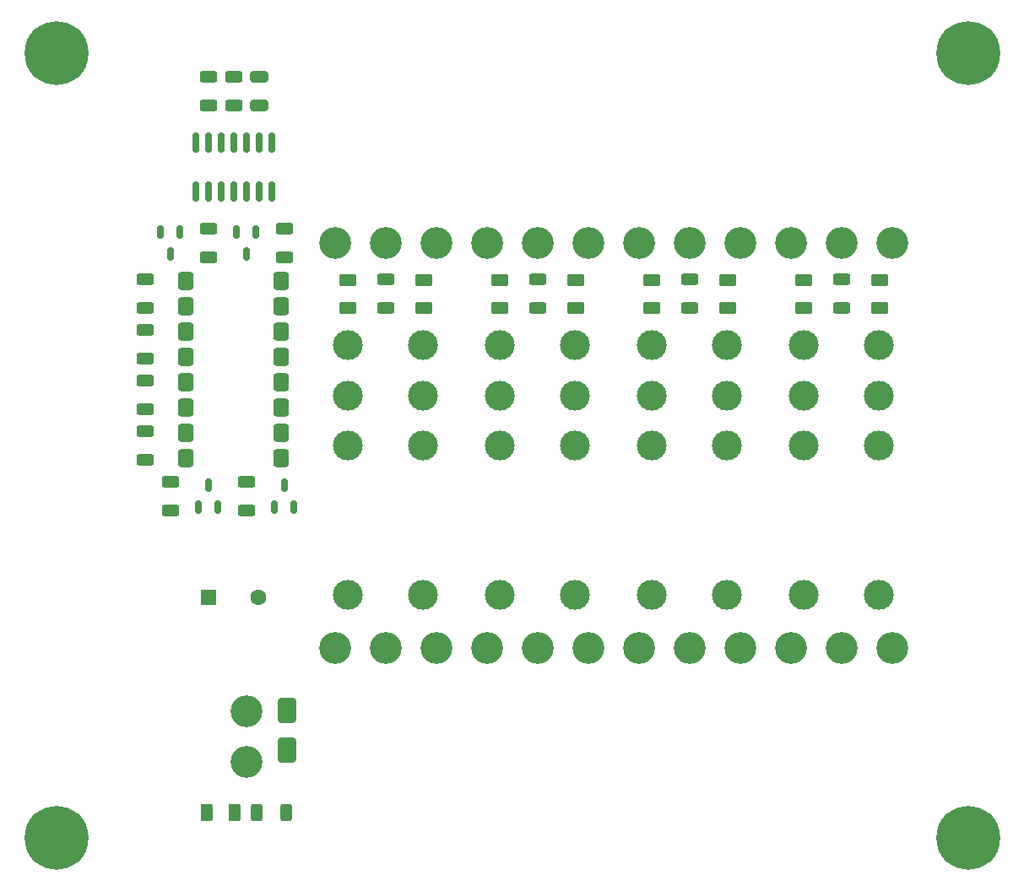
<source format=gbr>
%TF.GenerationSoftware,KiCad,Pcbnew,7.0.6*%
%TF.CreationDate,2023-07-18T18:02:52+08:00*%
%TF.ProjectId,RelayModuleMK1_KiCad,52656c61-794d-46f6-9475-6c654d4b315f,rev?*%
%TF.SameCoordinates,Original*%
%TF.FileFunction,Soldermask,Top*%
%TF.FilePolarity,Negative*%
%FSLAX46Y46*%
G04 Gerber Fmt 4.6, Leading zero omitted, Abs format (unit mm)*
G04 Created by KiCad (PCBNEW 7.0.6) date 2023-07-18 18:02:52*
%MOMM*%
%LPD*%
G01*
G04 APERTURE LIST*
G04 Aperture macros list*
%AMRoundRect*
0 Rectangle with rounded corners*
0 $1 Rounding radius*
0 $2 $3 $4 $5 $6 $7 $8 $9 X,Y pos of 4 corners*
0 Add a 4 corners polygon primitive as box body*
4,1,4,$2,$3,$4,$5,$6,$7,$8,$9,$2,$3,0*
0 Add four circle primitives for the rounded corners*
1,1,$1+$1,$2,$3*
1,1,$1+$1,$4,$5*
1,1,$1+$1,$6,$7*
1,1,$1+$1,$8,$9*
0 Add four rect primitives between the rounded corners*
20,1,$1+$1,$2,$3,$4,$5,0*
20,1,$1+$1,$4,$5,$6,$7,0*
20,1,$1+$1,$6,$7,$8,$9,0*
20,1,$1+$1,$8,$9,$2,$3,0*%
G04 Aperture macros list end*
%ADD10RoundRect,0.250000X-0.625000X0.375000X-0.625000X-0.375000X0.625000X-0.375000X0.625000X0.375000X0*%
%ADD11C,3.200000*%
%ADD12RoundRect,0.250000X0.625000X-0.375000X0.625000X0.375000X-0.625000X0.375000X-0.625000X-0.375000X0*%
%ADD13RoundRect,0.150000X0.150000X-0.512500X0.150000X0.512500X-0.150000X0.512500X-0.150000X-0.512500X0*%
%ADD14RoundRect,0.250000X-0.625000X0.312500X-0.625000X-0.312500X0.625000X-0.312500X0.625000X0.312500X0*%
%ADD15C,3.000000*%
%ADD16RoundRect,0.250000X0.625000X-0.312500X0.625000X0.312500X-0.625000X0.312500X-0.625000X-0.312500X0*%
%ADD17RoundRect,0.250000X0.650000X-0.325000X0.650000X0.325000X-0.650000X0.325000X-0.650000X-0.325000X0*%
%ADD18C,6.400000*%
%ADD19RoundRect,0.150000X-0.150000X0.512500X-0.150000X-0.512500X0.150000X-0.512500X0.150000X0.512500X0*%
%ADD20RoundRect,0.250000X-0.312500X-0.625000X0.312500X-0.625000X0.312500X0.625000X-0.312500X0.625000X0*%
%ADD21R,1.600000X1.600000*%
%ADD22C,1.600000*%
%ADD23RoundRect,0.228000X-0.532000X-0.662000X0.532000X-0.662000X0.532000X0.662000X-0.532000X0.662000X0*%
%ADD24RoundRect,0.250000X-0.375000X-0.625000X0.375000X-0.625000X0.375000X0.625000X-0.375000X0.625000X0*%
%ADD25RoundRect,0.150000X-0.150000X0.825000X-0.150000X-0.825000X0.150000X-0.825000X0.150000X0.825000X0*%
%ADD26RoundRect,0.250000X0.650000X-1.000000X0.650000X1.000000X-0.650000X1.000000X-0.650000X-1.000000X0*%
G04 APERTURE END LIST*
D10*
%TO.C,DA2*%
X250190000Y-59560000D03*
X250190000Y-62360000D03*
%TD*%
D11*
%TO.C,JIN1*%
X226060000Y-96520000D03*
X231140000Y-96520000D03*
X236220000Y-96520000D03*
%TD*%
D12*
%TO.C,DB3*%
X257810000Y-62360000D03*
X257810000Y-59560000D03*
%TD*%
D13*
%TO.C,Q1*%
X197170000Y-82417500D03*
X199070000Y-82417500D03*
X198120000Y-80142500D03*
%TD*%
D14*
%TO.C,R3*%
X194310000Y-79817500D03*
X194310000Y-82742500D03*
%TD*%
%TO.C,R4*%
X201930000Y-79817500D03*
X201930000Y-82742500D03*
%TD*%
D10*
%TO.C,DA1*%
X234950000Y-59560000D03*
X234950000Y-62360000D03*
%TD*%
D14*
%TO.C,R12*%
X261620000Y-59497500D03*
X261620000Y-62422500D03*
%TD*%
D15*
%TO.C,Relay1*%
X219650000Y-91160000D03*
X219650000Y-76160000D03*
X219650000Y-71160000D03*
X219650000Y-66160000D03*
X212150000Y-66160000D03*
X212150000Y-71160000D03*
X212150000Y-76160000D03*
X212150000Y-91160000D03*
%TD*%
D14*
%TO.C,R13*%
X198120000Y-39177500D03*
X198120000Y-42102500D03*
%TD*%
D16*
%TO.C,R5*%
X191770000Y-72582500D03*
X191770000Y-69657500D03*
%TD*%
%TO.C,R11*%
X191770000Y-62422500D03*
X191770000Y-59497500D03*
%TD*%
D14*
%TO.C,R1*%
X191770000Y-74737500D03*
X191770000Y-77662500D03*
%TD*%
D10*
%TO.C,DA3*%
X265430000Y-59560000D03*
X265430000Y-62360000D03*
%TD*%
D17*
%TO.C,C1*%
X203200000Y-42115000D03*
X203200000Y-39165000D03*
%TD*%
D18*
%TO.C,REF\u002A\u002A*%
X182880000Y-115570000D03*
%TD*%
D15*
%TO.C,Relay4*%
X265370000Y-91160000D03*
X265370000Y-76160000D03*
X265370000Y-71160000D03*
X265370000Y-66160000D03*
X257870000Y-66160000D03*
X257870000Y-71160000D03*
X257870000Y-76160000D03*
X257870000Y-91160000D03*
%TD*%
D19*
%TO.C,Q4*%
X195260000Y-54742500D03*
X193360000Y-54742500D03*
X194310000Y-57017500D03*
%TD*%
D14*
%TO.C,R8*%
X191770000Y-64577500D03*
X191770000Y-67502500D03*
%TD*%
D11*
%TO.C,JOUT2*%
X251460000Y-55880000D03*
X246380000Y-55880000D03*
X241300000Y-55880000D03*
%TD*%
%TO.C,JOUT0*%
X220980000Y-55880000D03*
X215900000Y-55880000D03*
X210820000Y-55880000D03*
%TD*%
D13*
%TO.C,Q2*%
X204790000Y-82417500D03*
X206690000Y-82417500D03*
X205740000Y-80142500D03*
%TD*%
D18*
%TO.C,REF\u002A\u002A*%
X182880000Y-36830000D03*
%TD*%
D19*
%TO.C,Q3*%
X202880000Y-54742500D03*
X200980000Y-54742500D03*
X201930000Y-57017500D03*
%TD*%
D16*
%TO.C,R7*%
X205740000Y-57342500D03*
X205740000Y-54417500D03*
%TD*%
D12*
%TO.C,DB2*%
X242570000Y-62360000D03*
X242570000Y-59560000D03*
%TD*%
D11*
%TO.C,JOUT3*%
X266700000Y-55880000D03*
X261620000Y-55880000D03*
X256540000Y-55880000D03*
%TD*%
%TO.C,J1*%
X201930000Y-102870000D03*
X201930000Y-107950000D03*
%TD*%
D15*
%TO.C,Relay3*%
X250130000Y-91160000D03*
X250130000Y-76160000D03*
X250130000Y-71160000D03*
X250130000Y-66160000D03*
X242630000Y-66160000D03*
X242630000Y-71160000D03*
X242630000Y-76160000D03*
X242630000Y-91160000D03*
%TD*%
D16*
%TO.C,R14*%
X200660000Y-42102500D03*
X200660000Y-39177500D03*
%TD*%
D15*
%TO.C,Relay2*%
X234890000Y-91160000D03*
X234890000Y-76160000D03*
X234890000Y-71160000D03*
X234890000Y-66160000D03*
X227390000Y-66160000D03*
X227390000Y-71160000D03*
X227390000Y-76160000D03*
X227390000Y-91160000D03*
%TD*%
D11*
%TO.C,JOUT1*%
X236220000Y-55880000D03*
X231140000Y-55880000D03*
X226060000Y-55880000D03*
%TD*%
D20*
%TO.C,R15*%
X203007500Y-113030000D03*
X205932500Y-113030000D03*
%TD*%
D12*
%TO.C,DB0*%
X212090000Y-62360000D03*
X212090000Y-59560000D03*
%TD*%
D21*
%TO.C,C2*%
X198160000Y-91440000D03*
D22*
X203160000Y-91440000D03*
%TD*%
D12*
%TO.C,DB1*%
X227330000Y-62360000D03*
X227330000Y-59560000D03*
%TD*%
D11*
%TO.C,JIN3*%
X256540000Y-96520000D03*
X261620000Y-96520000D03*
X266700000Y-96520000D03*
%TD*%
%TO.C,JIN0*%
X210820000Y-96520000D03*
X215900000Y-96520000D03*
X220980000Y-96520000D03*
%TD*%
D23*
%TO.C,U1*%
X195900000Y-59690000D03*
X195900000Y-62230000D03*
X195900000Y-64770000D03*
X195900000Y-67310000D03*
X195900000Y-69850000D03*
X195900000Y-72390000D03*
X195900000Y-74930000D03*
X195900000Y-77470000D03*
X205420000Y-77470000D03*
X205420000Y-74930000D03*
X205420000Y-72390000D03*
X205420000Y-69850000D03*
X205420000Y-67310000D03*
X205420000Y-64770000D03*
X205420000Y-62230000D03*
X205420000Y-59690000D03*
%TD*%
D14*
%TO.C,R6*%
X231140000Y-59497500D03*
X231140000Y-62422500D03*
%TD*%
D24*
%TO.C,D2*%
X197990000Y-113030000D03*
X200790000Y-113030000D03*
%TD*%
D11*
%TO.C,JIN2*%
X241300000Y-96520000D03*
X246380000Y-96520000D03*
X251460000Y-96520000D03*
%TD*%
D14*
%TO.C,R2*%
X215900000Y-59497500D03*
X215900000Y-62422500D03*
%TD*%
%TO.C,R9*%
X246380000Y-59497500D03*
X246380000Y-62422500D03*
%TD*%
D25*
%TO.C,U2*%
X204470000Y-45785000D03*
X203200000Y-45785000D03*
X201930000Y-45785000D03*
X200660000Y-45785000D03*
X199390000Y-45785000D03*
X198120000Y-45785000D03*
X196850000Y-45785000D03*
X196850000Y-50735000D03*
X198120000Y-50735000D03*
X199390000Y-50735000D03*
X200660000Y-50735000D03*
X201930000Y-50735000D03*
X203200000Y-50735000D03*
X204470000Y-50735000D03*
%TD*%
D26*
%TO.C,D1*%
X206057500Y-106775000D03*
X206057500Y-102775000D03*
%TD*%
D10*
%TO.C,DA0*%
X219710000Y-59560000D03*
X219710000Y-62360000D03*
%TD*%
D16*
%TO.C,R10*%
X198120000Y-57342500D03*
X198120000Y-54417500D03*
%TD*%
D18*
%TO.C,REF\u002A\u002A*%
X274320000Y-36830000D03*
%TD*%
%TO.C,REF\u002A\u002A*%
X274320000Y-115570000D03*
%TD*%
M02*

</source>
